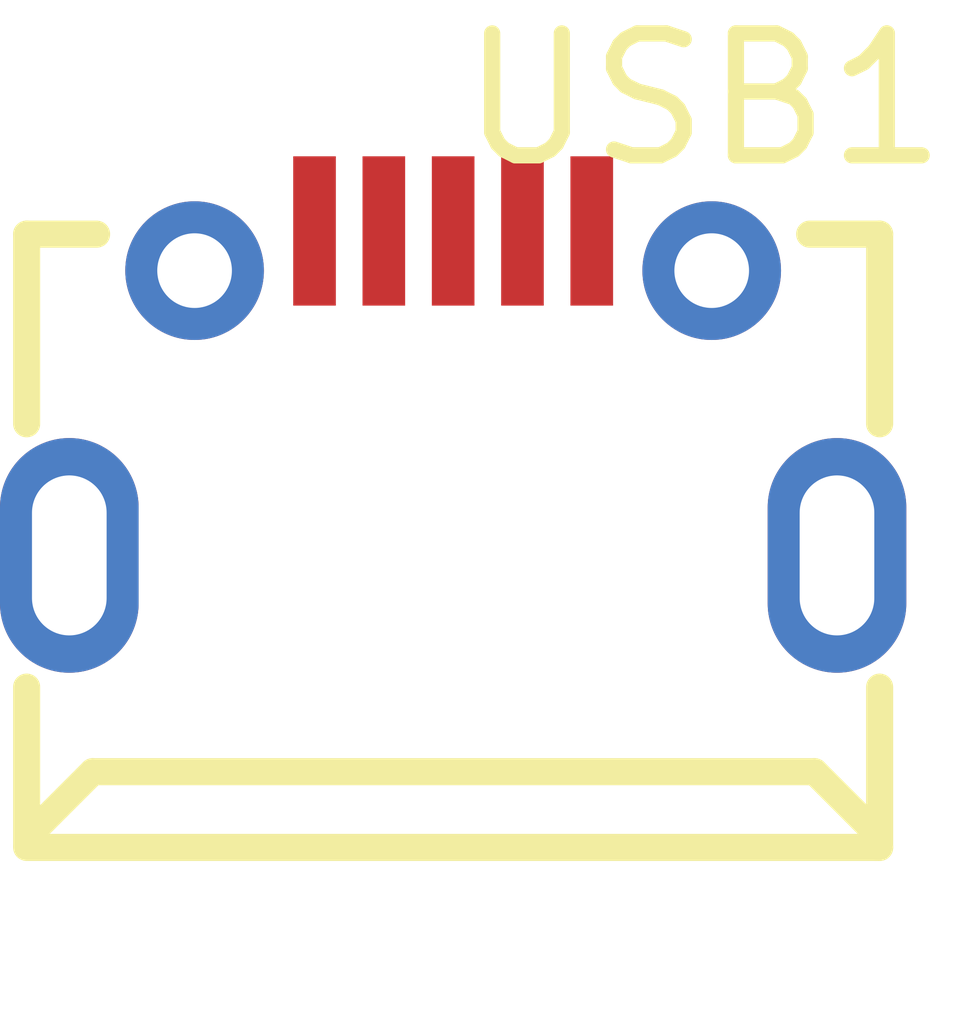
<source format=kicad_pcb>
(kicad_pcb (version 20211014) (generator pcbnew)
  (layers (0 "F.Cu" signal) (31 "B.Cu" signal) (34 "B.Paste" user) (35 "F.Paste" user) (36 "B.SilkS" user "B.Silkscreen") (37 "F.SilkS" user "F.Silkscreen") (38 "B.Mask" user) (39 "F.Mask" user) (44 "Edge.Cuts" user))
  (net 0 "")
  (footprint "easyeda:MICRO-USB-SMD_MICROXNJ" (layer "F.Cu") (at 20.32 17.78)
    (fp_text reference "USB1" (at -0.006 -2.751) (layer "F.SilkS") (effects (font (size 1.143 1.143) (thickness 0.152)) (justify left)))
    (fp_text value "MICRO-USB-SMD_MICROXNJ" hide)
    (fp_line (start -4 2.756) (end -4 4.239) (layer "F.SilkS") (width 0.254))
    (fp_line (start 4 2.756) (end 4 4.259) (layer "F.SilkS") (width 0.254))
    (fp_line (start 4 -1.491) (end 4 0.287) (layer "F.SilkS") (width 0.254))
    (fp_line (start -3.97 4.139) (end -3.38 3.549) (layer "F.SilkS") (width 0.254))
    (fp_line (start 3.98 4.259) (end 3.98 4.139) (layer "F.SilkS") (width 0.254))
    (fp_line (start 4 4.259) (end -4 4.259) (layer "F.SilkS") (width 0.254))
    (fp_line (start -4 -1.491) (end -4 0.287) (layer "F.SilkS") (width 0.254))
    (fp_line (start 4 -1.491) (end 3.344 -1.491) (layer "F.SilkS") (width 0.254))
    (fp_line (start 3.39 3.549) (end -3.38 3.549) (layer "F.SilkS") (width 0.254))
    (fp_line (start 3.98 4.139) (end 3.39 3.549) (layer "F.SilkS") (width 0.254))
    (fp_line (start -3.344 -1.491) (end -4 -1.491) (layer "F.SilkS") (width 0.254))
    (fp_line (start -3.97 4.239) (end -3.97 4.139) (layer "F.SilkS") (width 0.254))
    (pad "1" smd rect locked (at -1.3 -1.521 270) (size 1.4 0.4) (layers "F.Cu" "F.Paste" "F.Mask"))
    (pad "2" smd rect locked (at -0.65 -1.521 270) (size 1.4 0.4) (layers "F.Cu" "F.Paste" "F.Mask"))
    (pad "3" smd rect locked (at 0 -1.521 270) (size 1.4 0.4) (layers "F.Cu" "F.Paste" "F.Mask"))
    (pad "4" smd rect locked (at 0.65 -1.521 270) (size 1.4 0.4) (layers "F.Cu" "F.Paste" "F.Mask"))
    (pad "5" smd rect locked (at 1.3 -1.521 270) (size 1.4 0.4) (layers "F.Cu" "F.Paste" "F.Mask"))
    (pad "6" thru_hole circle locked (at 2.425 -1.149) (size 1.3 1.3) (drill 0.7) (layers *.Cu *.Paste *.Mask))
    (pad "7" thru_hole oval locked (at 3.6 1.521) (size 1.3 2.2) (drill oval 0.7 1.5) (layers *.Cu *.Paste *.Mask))
    (pad "8" thru_hole oval locked (at -3.6 1.521) (size 1.3 2.2) (drill oval 0.7 1.5) (layers *.Cu *.Paste *.Mask))
    (pad "9" thru_hole circle locked (at -2.425 -1.149) (size 1.3 1.3) (drill 0.7) (layers *.Cu *.Paste *.Mask))
  )
)
</source>
